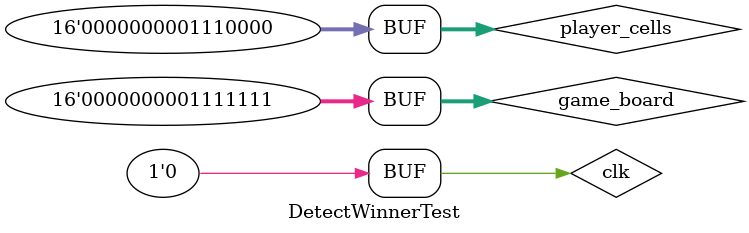
<source format=v>
`timescale 1ns / 1ps
module DetectWinnerTest;

	// Inputs
	reg clk;
	reg [15:0] game_board;
	reg [15:0] player_cells;

	// Outputs
	wire [1:0] game_status;

	// Instantiate the Unit Under Test (UUT)
	DetectWinner uut (
		.clk(clk), 
		.game_board(game_board), 
		.player_cells(player_cells), 
		.game_status(game_status)
	);

	initial begin
		// Initialize Inputs
		clk = 0;
		game_board = 0;
		player_cells = 0;

		// Wait 100 ns for global reset to finish
		#100;
        
		// Add stimulus here
		#20 game_board[1] = 1;
		player_cells[1] = 0; //P1
		
		#20 game_board[5] = 1;
		player_cells[5] = 1; //P2
		
		#20 game_board[2] = 1;
		player_cells[2] = 0; //P1
		
		#20 game_board[6] = 1;
		player_cells[6] = 1; //P2
		
		#20 game_board[0] = 1;
		player_cells[0] = 0; //P1
		
		#20 game_board[4] = 1;
		player_cells[4] = 1; //P2
		
		#20 game_board[3] = 1;
		player_cells[3] = 0; //P1
		
		

	end
	
	initial 
	begin
					$monitor("GameBoard: [%b]", game_board);
					$monitor("Output: %b", game_status);

	end
      
endmodule
</source>
